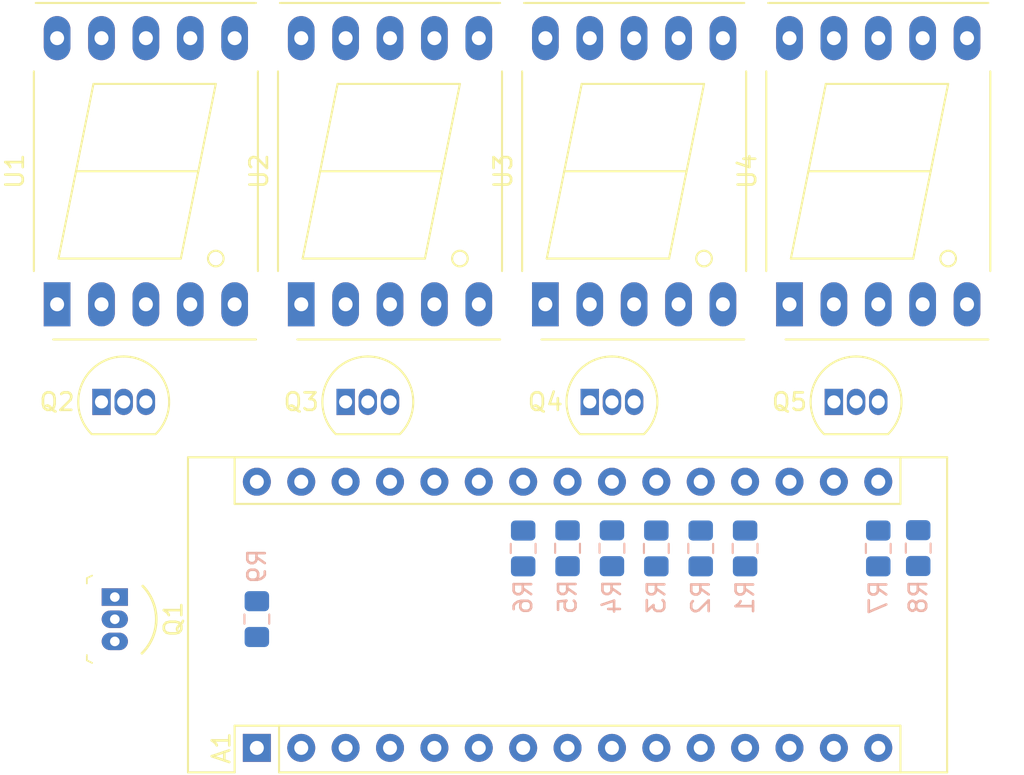
<source format=kicad_pcb>
(kicad_pcb (version 20171130) (host pcbnew "(5.0.0)")

  (general
    (thickness 1.6)
    (drawings 0)
    (tracks 0)
    (zones 0)
    (modules 19)
    (nets 28)
  )

  (page A4)
  (layers
    (0 F.Cu signal)
    (31 B.Cu signal)
    (32 B.Adhes user)
    (33 F.Adhes user)
    (34 B.Paste user)
    (35 F.Paste user)
    (36 B.SilkS user)
    (37 F.SilkS user)
    (38 B.Mask user)
    (39 F.Mask user)
    (40 Dwgs.User user)
    (41 Cmts.User user)
    (42 Eco1.User user)
    (43 Eco2.User user)
    (44 Edge.Cuts user)
    (45 Margin user)
    (46 B.CrtYd user)
    (47 F.CrtYd user)
    (48 B.Fab user)
    (49 F.Fab user)
  )

  (setup
    (last_trace_width 0.25)
    (trace_clearance 0.2)
    (zone_clearance 0.508)
    (zone_45_only no)
    (trace_min 0.2)
    (segment_width 0.2)
    (edge_width 0.15)
    (via_size 0.8)
    (via_drill 0.4)
    (via_min_size 0.4)
    (via_min_drill 0.3)
    (uvia_size 0.3)
    (uvia_drill 0.1)
    (uvias_allowed no)
    (uvia_min_size 0.2)
    (uvia_min_drill 0.1)
    (pcb_text_width 0.3)
    (pcb_text_size 1.5 1.5)
    (mod_edge_width 0.15)
    (mod_text_size 1 1)
    (mod_text_width 0.15)
    (pad_size 1.524 1.524)
    (pad_drill 0.762)
    (pad_to_mask_clearance 0.2)
    (aux_axis_origin 0 0)
    (visible_elements FFFFFF7F)
    (pcbplotparams
      (layerselection 0x010fc_ffffffff)
      (usegerberextensions false)
      (usegerberattributes false)
      (usegerberadvancedattributes false)
      (creategerberjobfile false)
      (excludeedgelayer true)
      (linewidth 0.100000)
      (plotframeref false)
      (viasonmask false)
      (mode 1)
      (useauxorigin false)
      (hpglpennumber 1)
      (hpglpenspeed 20)
      (hpglpendiameter 15.000000)
      (psnegative false)
      (psa4output false)
      (plotreference true)
      (plotvalue true)
      (plotinvisibletext false)
      (padsonsilk false)
      (subtractmaskfromsilk false)
      (outputformat 1)
      (mirror false)
      (drillshape 1)
      (scaleselection 1)
      (outputdirectory ""))
  )

  (net 0 "")
  (net 1 /A)
  (net 2 GND)
  (net 3 /B)
  (net 4 "Net-(A1-Pad5)")
  (net 5 /C)
  (net 6 /D)
  (net 7 "Net-(A1-Pad7)")
  (net 8 /E)
  (net 9 "Net-(A1-Pad8)")
  (net 10 /F)
  (net 11 "Net-(A1-Pad9)")
  (net 12 /G)
  (net 13 "Net-(A1-Pad10)")
  (net 14 /DP)
  (net 15 +5V)
  (net 16 "Net-(Q2-Pad3)")
  (net 17 "Net-(Q3-Pad3)")
  (net 18 "Net-(Q4-Pad3)")
  (net 19 "Net-(Q5-Pad3)")
  (net 20 "Net-(R1-Pad1)")
  (net 21 "Net-(R2-Pad1)")
  (net 22 "Net-(R3-Pad1)")
  (net 23 "Net-(R4-Pad1)")
  (net 24 "Net-(R5-Pad1)")
  (net 25 "Net-(R6-Pad1)")
  (net 26 "Net-(R7-Pad1)")
  (net 27 "Net-(R8-Pad1)")

  (net_class Default "This is the default net class."
    (clearance 0.2)
    (trace_width 0.25)
    (via_dia 0.8)
    (via_drill 0.4)
    (uvia_dia 0.3)
    (uvia_drill 0.1)
    (add_net +5V)
    (add_net /A)
    (add_net /B)
    (add_net /C)
    (add_net /D)
    (add_net /DP)
    (add_net /E)
    (add_net /F)
    (add_net /G)
    (add_net GND)
    (add_net "Net-(A1-Pad10)")
    (add_net "Net-(A1-Pad5)")
    (add_net "Net-(A1-Pad7)")
    (add_net "Net-(A1-Pad8)")
    (add_net "Net-(A1-Pad9)")
    (add_net "Net-(Q2-Pad3)")
    (add_net "Net-(Q3-Pad3)")
    (add_net "Net-(Q4-Pad3)")
    (add_net "Net-(Q5-Pad3)")
    (add_net "Net-(R1-Pad1)")
    (add_net "Net-(R2-Pad1)")
    (add_net "Net-(R3-Pad1)")
    (add_net "Net-(R4-Pad1)")
    (add_net "Net-(R5-Pad1)")
    (add_net "Net-(R6-Pad1)")
    (add_net "Net-(R7-Pad1)")
    (add_net "Net-(R8-Pad1)")
  )

  (module Module:Arduino_Nano (layer F.Cu) (tedit 58ACAF70) (tstamp 5DE0173D)
    (at 168.91 93.98 90)
    (descr "Arduino Nano, http://www.mouser.com/pdfdocs/Gravitech_Arduino_Nano3_0.pdf")
    (tags "Arduino Nano")
    (path /5DD0C0A6)
    (fp_text reference A1 (at 0 -2.032 90) (layer F.SilkS)
      (effects (font (size 1 1) (thickness 0.15)))
    )
    (fp_text value Arduino_Nano_v3.x (at 4.064 8.382) (layer F.Fab)
      (effects (font (size 1 1) (thickness 0.15)))
    )
    (fp_text user %R (at 5.588 8.128 180) (layer F.Fab)
      (effects (font (size 1 1) (thickness 0.15)))
    )
    (fp_line (start 1.27 1.27) (end 1.27 -1.27) (layer F.SilkS) (width 0.12))
    (fp_line (start 1.27 -1.27) (end -1.4 -1.27) (layer F.SilkS) (width 0.12))
    (fp_line (start -1.4 1.27) (end -1.4 39.5) (layer F.SilkS) (width 0.12))
    (fp_line (start -1.4 -3.94) (end -1.4 -1.27) (layer F.SilkS) (width 0.12))
    (fp_line (start 13.97 -1.27) (end 16.64 -1.27) (layer F.SilkS) (width 0.12))
    (fp_line (start 13.97 -1.27) (end 13.97 36.83) (layer F.SilkS) (width 0.12))
    (fp_line (start 13.97 36.83) (end 16.64 36.83) (layer F.SilkS) (width 0.12))
    (fp_line (start 1.27 1.27) (end -1.4 1.27) (layer F.SilkS) (width 0.12))
    (fp_line (start 1.27 1.27) (end 1.27 36.83) (layer F.SilkS) (width 0.12))
    (fp_line (start 1.27 36.83) (end -1.4 36.83) (layer F.SilkS) (width 0.12))
    (fp_line (start 3.81 31.75) (end 11.43 31.75) (layer F.Fab) (width 0.1))
    (fp_line (start 11.43 31.75) (end 11.43 41.91) (layer F.Fab) (width 0.1))
    (fp_line (start 11.43 41.91) (end 3.81 41.91) (layer F.Fab) (width 0.1))
    (fp_line (start 3.81 41.91) (end 3.81 31.75) (layer F.Fab) (width 0.1))
    (fp_line (start -1.4 39.5) (end 16.64 39.5) (layer F.SilkS) (width 0.12))
    (fp_line (start 16.64 39.5) (end 16.64 -3.94) (layer F.SilkS) (width 0.12))
    (fp_line (start 16.64 -3.94) (end -1.4 -3.94) (layer F.SilkS) (width 0.12))
    (fp_line (start 16.51 39.37) (end -1.27 39.37) (layer F.Fab) (width 0.1))
    (fp_line (start -1.27 39.37) (end -1.27 -2.54) (layer F.Fab) (width 0.1))
    (fp_line (start -1.27 -2.54) (end 0 -3.81) (layer F.Fab) (width 0.1))
    (fp_line (start 0 -3.81) (end 16.51 -3.81) (layer F.Fab) (width 0.1))
    (fp_line (start 16.51 -3.81) (end 16.51 39.37) (layer F.Fab) (width 0.1))
    (fp_line (start -1.53 -4.06) (end 16.75 -4.06) (layer F.CrtYd) (width 0.05))
    (fp_line (start -1.53 -4.06) (end -1.53 42.16) (layer F.CrtYd) (width 0.05))
    (fp_line (start 16.75 42.16) (end 16.75 -4.06) (layer F.CrtYd) (width 0.05))
    (fp_line (start 16.75 42.16) (end -1.53 42.16) (layer F.CrtYd) (width 0.05))
    (pad 1 thru_hole rect (at 0 0 90) (size 1.6 1.6) (drill 0.8) (layers *.Cu *.Mask))
    (pad 17 thru_hole oval (at 15.24 33.02 90) (size 1.6 1.6) (drill 0.8) (layers *.Cu *.Mask))
    (pad 2 thru_hole oval (at 0 2.54 90) (size 1.6 1.6) (drill 0.8) (layers *.Cu *.Mask))
    (pad 18 thru_hole oval (at 15.24 30.48 90) (size 1.6 1.6) (drill 0.8) (layers *.Cu *.Mask))
    (pad 3 thru_hole oval (at 0 5.08 90) (size 1.6 1.6) (drill 0.8) (layers *.Cu *.Mask))
    (pad 19 thru_hole oval (at 15.24 27.94 90) (size 1.6 1.6) (drill 0.8) (layers *.Cu *.Mask)
      (net 1 /A))
    (pad 4 thru_hole oval (at 0 7.62 90) (size 1.6 1.6) (drill 0.8) (layers *.Cu *.Mask)
      (net 2 GND))
    (pad 20 thru_hole oval (at 15.24 25.4 90) (size 1.6 1.6) (drill 0.8) (layers *.Cu *.Mask)
      (net 3 /B))
    (pad 5 thru_hole oval (at 0 10.16 90) (size 1.6 1.6) (drill 0.8) (layers *.Cu *.Mask)
      (net 4 "Net-(A1-Pad5)"))
    (pad 21 thru_hole oval (at 15.24 22.86 90) (size 1.6 1.6) (drill 0.8) (layers *.Cu *.Mask)
      (net 5 /C))
    (pad 6 thru_hole oval (at 0 12.7 90) (size 1.6 1.6) (drill 0.8) (layers *.Cu *.Mask))
    (pad 22 thru_hole oval (at 15.24 20.32 90) (size 1.6 1.6) (drill 0.8) (layers *.Cu *.Mask)
      (net 6 /D))
    (pad 7 thru_hole oval (at 0 15.24 90) (size 1.6 1.6) (drill 0.8) (layers *.Cu *.Mask)
      (net 7 "Net-(A1-Pad7)"))
    (pad 23 thru_hole oval (at 15.24 17.78 90) (size 1.6 1.6) (drill 0.8) (layers *.Cu *.Mask)
      (net 8 /E))
    (pad 8 thru_hole oval (at 0 17.78 90) (size 1.6 1.6) (drill 0.8) (layers *.Cu *.Mask)
      (net 9 "Net-(A1-Pad8)"))
    (pad 24 thru_hole oval (at 15.24 15.24 90) (size 1.6 1.6) (drill 0.8) (layers *.Cu *.Mask)
      (net 10 /F))
    (pad 9 thru_hole oval (at 0 20.32 90) (size 1.6 1.6) (drill 0.8) (layers *.Cu *.Mask)
      (net 11 "Net-(A1-Pad9)"))
    (pad 25 thru_hole oval (at 15.24 12.7 90) (size 1.6 1.6) (drill 0.8) (layers *.Cu *.Mask))
    (pad 10 thru_hole oval (at 0 22.86 90) (size 1.6 1.6) (drill 0.8) (layers *.Cu *.Mask)
      (net 13 "Net-(A1-Pad10)"))
    (pad 26 thru_hole oval (at 15.24 10.16 90) (size 1.6 1.6) (drill 0.8) (layers *.Cu *.Mask))
    (pad 11 thru_hole oval (at 0 25.4 90) (size 1.6 1.6) (drill 0.8) (layers *.Cu *.Mask))
    (pad 27 thru_hole oval (at 15.24 7.62 90) (size 1.6 1.6) (drill 0.8) (layers *.Cu *.Mask))
    (pad 12 thru_hole oval (at 0 27.94 90) (size 1.6 1.6) (drill 0.8) (layers *.Cu *.Mask))
    (pad 28 thru_hole oval (at 15.24 5.08 90) (size 1.6 1.6) (drill 0.8) (layers *.Cu *.Mask))
    (pad 13 thru_hole oval (at 0 30.48 90) (size 1.6 1.6) (drill 0.8) (layers *.Cu *.Mask))
    (pad 29 thru_hole oval (at 15.24 2.54 90) (size 1.6 1.6) (drill 0.8) (layers *.Cu *.Mask)
      (net 2 GND))
    (pad 14 thru_hole oval (at 0 33.02 90) (size 1.6 1.6) (drill 0.8) (layers *.Cu *.Mask))
    (pad 30 thru_hole oval (at 15.24 0 90) (size 1.6 1.6) (drill 0.8) (layers *.Cu *.Mask)
      (net 15 +5V))
    (pad 15 thru_hole oval (at 0 35.56 90) (size 1.6 1.6) (drill 0.8) (layers *.Cu *.Mask)
      (net 14 /DP))
    (pad 16 thru_hole oval (at 15.24 35.56 90) (size 1.6 1.6) (drill 0.8) (layers *.Cu *.Mask)
      (net 12 /G))
    (model ${KISYS3DMOD}/Module.3dshapes/Arduino_Nano_WithMountingHoles.wrl
      (at (xyz 0 0 0))
      (scale (xyz 1 1 1))
      (rotate (xyz 0 0 0))
    )
  )

  (module digikey-footprints:TO-92-3 (layer F.Cu) (tedit 5AF9CDD1) (tstamp 5DE01751)
    (at 160.782 85.344 270)
    (descr http://www.ti.com/lit/ds/symlink/tl431a.pdf)
    (path /5DD0AED7)
    (fp_text reference Q1 (at 1.27 -3.35 270) (layer F.SilkS)
      (effects (font (size 1 1) (thickness 0.15)))
    )
    (fp_text value A3144EU (at 1.27 2.5 270) (layer F.Fab)
      (effects (font (size 1 1) (thickness 0.15)))
    )
    (fp_arc (start 1.27 0.35) (end -0.63 -1.6) (angle 90) (layer F.SilkS) (width 0.15))
    (fp_line (start 3.57 1.5) (end -1.03 1.5) (layer F.Fab) (width 0.15))
    (fp_arc (start 1.27 0.3) (end -1.03 1.5) (angle 235) (layer F.Fab) (width 0.15))
    (fp_arc (start 1.27 0.3) (end -1.33 0.3) (angle 90) (layer F.Fab) (width 0.15))
    (fp_line (start -1.63 -2.5) (end 4.17 -2.5) (layer F.CrtYd) (width 0.05))
    (fp_line (start -1.63 1.75) (end 4.17 1.75) (layer F.CrtYd) (width 0.05))
    (fp_line (start -1.63 1.75) (end -1.63 -2.5) (layer F.CrtYd) (width 0.05))
    (fp_line (start 4.17 1.75) (end 4.17 -2.5) (layer F.CrtYd) (width 0.05))
    (fp_line (start 3.62 1.6) (end 3.77 1.3) (layer F.SilkS) (width 0.1))
    (fp_line (start 3.62 1.6) (end 3.32 1.6) (layer F.SilkS) (width 0.1))
    (fp_line (start -0.78 1.6) (end -1.08 1.6) (layer F.SilkS) (width 0.1))
    (fp_line (start -1.08 1.6) (end -1.23 1.3) (layer F.SilkS) (width 0.1))
    (fp_text user %R (at 1.27 -1.25 90) (layer F.Fab)
      (effects (font (size 0.75 0.75) (thickness 0.15)))
    )
    (pad 2 thru_hole oval (at 1.27 0 90) (size 1 1.5) (drill 0.55) (layers *.Cu *.Mask)
      (net 2 GND))
    (pad 3 thru_hole oval (at 2.54 0 90) (size 1 1.5) (drill 0.55) (layers *.Cu *.Mask)
      (net 4 "Net-(A1-Pad5)"))
    (pad 1 thru_hole rect (at 0 0 90) (size 1 1.5) (drill 0.55) (layers *.Cu *.Mask)
      (net 15 +5V))
  )

  (module Package_TO_SOT_THT:TO-92_Inline (layer F.Cu) (tedit 5A1DD157) (tstamp 5DE01763)
    (at 160.02 74.168)
    (descr "TO-92 leads in-line, narrow, oval pads, drill 0.75mm (see NXP sot054_po.pdf)")
    (tags "to-92 sc-43 sc-43a sot54 PA33 transistor")
    (path /5DD4EE49)
    (fp_text reference Q2 (at -2.54 0) (layer F.SilkS)
      (effects (font (size 1 1) (thickness 0.15)))
    )
    (fp_text value 2N7000 (at 1.27 0) (layer F.Fab)
      (effects (font (size 1 1) (thickness 0.15)))
    )
    (fp_arc (start 1.27 0) (end 1.27 -2.6) (angle 135) (layer F.SilkS) (width 0.12))
    (fp_arc (start 1.27 0) (end 1.27 -2.48) (angle -135) (layer F.Fab) (width 0.1))
    (fp_arc (start 1.27 0) (end 1.27 -2.6) (angle -135) (layer F.SilkS) (width 0.12))
    (fp_arc (start 1.27 0) (end 1.27 -2.48) (angle 135) (layer F.Fab) (width 0.1))
    (fp_line (start 4 2.01) (end -1.46 2.01) (layer F.CrtYd) (width 0.05))
    (fp_line (start 4 2.01) (end 4 -2.73) (layer F.CrtYd) (width 0.05))
    (fp_line (start -1.46 -2.73) (end -1.46 2.01) (layer F.CrtYd) (width 0.05))
    (fp_line (start -1.46 -2.73) (end 4 -2.73) (layer F.CrtYd) (width 0.05))
    (fp_line (start -0.5 1.75) (end 3 1.75) (layer F.Fab) (width 0.1))
    (fp_line (start -0.53 1.85) (end 3.07 1.85) (layer F.SilkS) (width 0.12))
    (fp_text user %R (at 1.27 0) (layer F.Fab)
      (effects (font (size 1 1) (thickness 0.15)))
    )
    (pad 1 thru_hole rect (at 0 0) (size 1.05 1.5) (drill 0.75) (layers *.Cu *.Mask)
      (net 2 GND))
    (pad 3 thru_hole oval (at 2.54 0) (size 1.05 1.5) (drill 0.75) (layers *.Cu *.Mask)
      (net 16 "Net-(Q2-Pad3)"))
    (pad 2 thru_hole oval (at 1.27 0) (size 1.05 1.5) (drill 0.75) (layers *.Cu *.Mask)
      (net 13 "Net-(A1-Pad10)"))
    (model ${KISYS3DMOD}/Package_TO_SOT_THT.3dshapes/TO-92_Inline.wrl
      (at (xyz 0 0 0))
      (scale (xyz 1 1 1))
      (rotate (xyz 0 0 0))
    )
  )

  (module Package_TO_SOT_THT:TO-92_Inline (layer F.Cu) (tedit 5A1DD157) (tstamp 5DE01775)
    (at 173.99 74.168)
    (descr "TO-92 leads in-line, narrow, oval pads, drill 0.75mm (see NXP sot054_po.pdf)")
    (tags "to-92 sc-43 sc-43a sot54 PA33 transistor")
    (path /5DD4EFC7)
    (fp_text reference Q3 (at -2.54 0) (layer F.SilkS)
      (effects (font (size 1 1) (thickness 0.15)))
    )
    (fp_text value 2N7000 (at 1.27 0) (layer F.Fab)
      (effects (font (size 1 1) (thickness 0.15)))
    )
    (fp_text user %R (at 1.27 0) (layer F.Fab)
      (effects (font (size 1 1) (thickness 0.15)))
    )
    (fp_line (start -0.53 1.85) (end 3.07 1.85) (layer F.SilkS) (width 0.12))
    (fp_line (start -0.5 1.75) (end 3 1.75) (layer F.Fab) (width 0.1))
    (fp_line (start -1.46 -2.73) (end 4 -2.73) (layer F.CrtYd) (width 0.05))
    (fp_line (start -1.46 -2.73) (end -1.46 2.01) (layer F.CrtYd) (width 0.05))
    (fp_line (start 4 2.01) (end 4 -2.73) (layer F.CrtYd) (width 0.05))
    (fp_line (start 4 2.01) (end -1.46 2.01) (layer F.CrtYd) (width 0.05))
    (fp_arc (start 1.27 0) (end 1.27 -2.48) (angle 135) (layer F.Fab) (width 0.1))
    (fp_arc (start 1.27 0) (end 1.27 -2.6) (angle -135) (layer F.SilkS) (width 0.12))
    (fp_arc (start 1.27 0) (end 1.27 -2.48) (angle -135) (layer F.Fab) (width 0.1))
    (fp_arc (start 1.27 0) (end 1.27 -2.6) (angle 135) (layer F.SilkS) (width 0.12))
    (pad 2 thru_hole oval (at 1.27 0) (size 1.05 1.5) (drill 0.75) (layers *.Cu *.Mask)
      (net 11 "Net-(A1-Pad9)"))
    (pad 3 thru_hole oval (at 2.54 0) (size 1.05 1.5) (drill 0.75) (layers *.Cu *.Mask)
      (net 17 "Net-(Q3-Pad3)"))
    (pad 1 thru_hole rect (at 0 0) (size 1.05 1.5) (drill 0.75) (layers *.Cu *.Mask)
      (net 2 GND))
    (model ${KISYS3DMOD}/Package_TO_SOT_THT.3dshapes/TO-92_Inline.wrl
      (at (xyz 0 0 0))
      (scale (xyz 1 1 1))
      (rotate (xyz 0 0 0))
    )
  )

  (module Package_TO_SOT_THT:TO-92_Inline (layer F.Cu) (tedit 5A1DD157) (tstamp 5DE01787)
    (at 187.96 74.168)
    (descr "TO-92 leads in-line, narrow, oval pads, drill 0.75mm (see NXP sot054_po.pdf)")
    (tags "to-92 sc-43 sc-43a sot54 PA33 transistor")
    (path /5DD4F00F)
    (fp_text reference Q4 (at -2.54 0) (layer F.SilkS)
      (effects (font (size 1 1) (thickness 0.15)))
    )
    (fp_text value 2N7000 (at 1.27 0) (layer F.Fab)
      (effects (font (size 1 1) (thickness 0.15)))
    )
    (fp_arc (start 1.27 0) (end 1.27 -2.6) (angle 135) (layer F.SilkS) (width 0.12))
    (fp_arc (start 1.27 0) (end 1.27 -2.48) (angle -135) (layer F.Fab) (width 0.1))
    (fp_arc (start 1.27 0) (end 1.27 -2.6) (angle -135) (layer F.SilkS) (width 0.12))
    (fp_arc (start 1.27 0) (end 1.27 -2.48) (angle 135) (layer F.Fab) (width 0.1))
    (fp_line (start 4 2.01) (end -1.46 2.01) (layer F.CrtYd) (width 0.05))
    (fp_line (start 4 2.01) (end 4 -2.73) (layer F.CrtYd) (width 0.05))
    (fp_line (start -1.46 -2.73) (end -1.46 2.01) (layer F.CrtYd) (width 0.05))
    (fp_line (start -1.46 -2.73) (end 4 -2.73) (layer F.CrtYd) (width 0.05))
    (fp_line (start -0.5 1.75) (end 3 1.75) (layer F.Fab) (width 0.1))
    (fp_line (start -0.53 1.85) (end 3.07 1.85) (layer F.SilkS) (width 0.12))
    (fp_text user %R (at 1.27 0) (layer F.Fab)
      (effects (font (size 1 1) (thickness 0.15)))
    )
    (pad 1 thru_hole rect (at 0 0) (size 1.05 1.5) (drill 0.75) (layers *.Cu *.Mask)
      (net 2 GND))
    (pad 3 thru_hole oval (at 2.54 0) (size 1.05 1.5) (drill 0.75) (layers *.Cu *.Mask)
      (net 18 "Net-(Q4-Pad3)"))
    (pad 2 thru_hole oval (at 1.27 0) (size 1.05 1.5) (drill 0.75) (layers *.Cu *.Mask)
      (net 9 "Net-(A1-Pad8)"))
    (model ${KISYS3DMOD}/Package_TO_SOT_THT.3dshapes/TO-92_Inline.wrl
      (at (xyz 0 0 0))
      (scale (xyz 1 1 1))
      (rotate (xyz 0 0 0))
    )
  )

  (module Package_TO_SOT_THT:TO-92_Inline (layer F.Cu) (tedit 5A1DD157) (tstamp 5DE01799)
    (at 201.93 74.168)
    (descr "TO-92 leads in-line, narrow, oval pads, drill 0.75mm (see NXP sot054_po.pdf)")
    (tags "to-92 sc-43 sc-43a sot54 PA33 transistor")
    (path /5DD4F110)
    (fp_text reference Q5 (at -2.54 0) (layer F.SilkS)
      (effects (font (size 1 1) (thickness 0.15)))
    )
    (fp_text value 2N7000 (at 1.27 0) (layer F.Fab)
      (effects (font (size 1 1) (thickness 0.15)))
    )
    (fp_text user %R (at 1.27 0) (layer F.Fab)
      (effects (font (size 1 1) (thickness 0.15)))
    )
    (fp_line (start -0.53 1.85) (end 3.07 1.85) (layer F.SilkS) (width 0.12))
    (fp_line (start -0.5 1.75) (end 3 1.75) (layer F.Fab) (width 0.1))
    (fp_line (start -1.46 -2.73) (end 4 -2.73) (layer F.CrtYd) (width 0.05))
    (fp_line (start -1.46 -2.73) (end -1.46 2.01) (layer F.CrtYd) (width 0.05))
    (fp_line (start 4 2.01) (end 4 -2.73) (layer F.CrtYd) (width 0.05))
    (fp_line (start 4 2.01) (end -1.46 2.01) (layer F.CrtYd) (width 0.05))
    (fp_arc (start 1.27 0) (end 1.27 -2.48) (angle 135) (layer F.Fab) (width 0.1))
    (fp_arc (start 1.27 0) (end 1.27 -2.6) (angle -135) (layer F.SilkS) (width 0.12))
    (fp_arc (start 1.27 0) (end 1.27 -2.48) (angle -135) (layer F.Fab) (width 0.1))
    (fp_arc (start 1.27 0) (end 1.27 -2.6) (angle 135) (layer F.SilkS) (width 0.12))
    (pad 2 thru_hole oval (at 1.27 0) (size 1.05 1.5) (drill 0.75) (layers *.Cu *.Mask)
      (net 7 "Net-(A1-Pad7)"))
    (pad 3 thru_hole oval (at 2.54 0) (size 1.05 1.5) (drill 0.75) (layers *.Cu *.Mask)
      (net 19 "Net-(Q5-Pad3)"))
    (pad 1 thru_hole rect (at 0 0) (size 1.05 1.5) (drill 0.75) (layers *.Cu *.Mask)
      (net 2 GND))
    (model ${KISYS3DMOD}/Package_TO_SOT_THT.3dshapes/TO-92_Inline.wrl
      (at (xyz 0 0 0))
      (scale (xyz 1 1 1))
      (rotate (xyz 0 0 0))
    )
  )

  (module Resistor_SMD:R_0805_2012Metric_Pad1.15x1.40mm_HandSolder (layer B.Cu) (tedit 5B36C52B) (tstamp 5DE02860)
    (at 196.85 82.559 90)
    (descr "Resistor SMD 0805 (2012 Metric), square (rectangular) end terminal, IPC_7351 nominal with elongated pad for handsoldering. (Body size source: https://docs.google.com/spreadsheets/d/1BsfQQcO9C6DZCsRaXUlFlo91Tg2WpOkGARC1WS5S8t0/edit?usp=sharing), generated with kicad-footprint-generator")
    (tags "resistor handsolder")
    (path /5DD11DEE)
    (attr smd)
    (fp_text reference R1 (at -2.803 0 90) (layer B.SilkS)
      (effects (font (size 1 1) (thickness 0.15)) (justify mirror))
    )
    (fp_text value 470 (at -0.009 0 90) (layer B.Fab)
      (effects (font (size 1 1) (thickness 0.15)) (justify mirror))
    )
    (fp_line (start -1 -0.6) (end -1 0.6) (layer B.Fab) (width 0.1))
    (fp_line (start -1 0.6) (end 1 0.6) (layer B.Fab) (width 0.1))
    (fp_line (start 1 0.6) (end 1 -0.6) (layer B.Fab) (width 0.1))
    (fp_line (start 1 -0.6) (end -1 -0.6) (layer B.Fab) (width 0.1))
    (fp_line (start -0.261252 0.71) (end 0.261252 0.71) (layer B.SilkS) (width 0.12))
    (fp_line (start -0.261252 -0.71) (end 0.261252 -0.71) (layer B.SilkS) (width 0.12))
    (fp_line (start -1.85 -0.95) (end -1.85 0.95) (layer B.CrtYd) (width 0.05))
    (fp_line (start -1.85 0.95) (end 1.85 0.95) (layer B.CrtYd) (width 0.05))
    (fp_line (start 1.85 0.95) (end 1.85 -0.95) (layer B.CrtYd) (width 0.05))
    (fp_line (start 1.85 -0.95) (end -1.85 -0.95) (layer B.CrtYd) (width 0.05))
    (fp_text user %R (at 0 0) (layer B.Fab)
      (effects (font (size 0.5 0.5) (thickness 0.08)) (justify mirror))
    )
    (pad 1 smd roundrect (at -1.025 0 90) (size 1.15 1.4) (layers B.Cu B.Paste B.Mask) (roundrect_rratio 0.217391)
      (net 20 "Net-(R1-Pad1)"))
    (pad 2 smd roundrect (at 1.025 0 90) (size 1.15 1.4) (layers B.Cu B.Paste B.Mask) (roundrect_rratio 0.217391)
      (net 1 /A))
    (model ${KISYS3DMOD}/Resistor_SMD.3dshapes/R_0805_2012Metric.wrl
      (at (xyz 0 0 0))
      (scale (xyz 1 1 1))
      (rotate (xyz 0 0 0))
    )
  )

  (module Resistor_SMD:R_0805_2012Metric_Pad1.15x1.40mm_HandSolder (layer B.Cu) (tedit 5B36C52B) (tstamp 5DE017BB)
    (at 194.31 82.559 90)
    (descr "Resistor SMD 0805 (2012 Metric), square (rectangular) end terminal, IPC_7351 nominal with elongated pad for handsoldering. (Body size source: https://docs.google.com/spreadsheets/d/1BsfQQcO9C6DZCsRaXUlFlo91Tg2WpOkGARC1WS5S8t0/edit?usp=sharing), generated with kicad-footprint-generator")
    (tags "resistor handsolder")
    (path /5DD193B1)
    (attr smd)
    (fp_text reference R2 (at -2.803 0 270) (layer B.SilkS)
      (effects (font (size 1 1) (thickness 0.15)) (justify mirror))
    )
    (fp_text value 470 (at -0.009 0 90) (layer B.Fab)
      (effects (font (size 1 1) (thickness 0.15)) (justify mirror))
    )
    (fp_text user %R (at 0 0 90) (layer B.Fab)
      (effects (font (size 0.5 0.5) (thickness 0.08)) (justify mirror))
    )
    (fp_line (start 1.85 -0.95) (end -1.85 -0.95) (layer B.CrtYd) (width 0.05))
    (fp_line (start 1.85 0.95) (end 1.85 -0.95) (layer B.CrtYd) (width 0.05))
    (fp_line (start -1.85 0.95) (end 1.85 0.95) (layer B.CrtYd) (width 0.05))
    (fp_line (start -1.85 -0.95) (end -1.85 0.95) (layer B.CrtYd) (width 0.05))
    (fp_line (start -0.261252 -0.71) (end 0.261252 -0.71) (layer B.SilkS) (width 0.12))
    (fp_line (start -0.261252 0.71) (end 0.261252 0.71) (layer B.SilkS) (width 0.12))
    (fp_line (start 1 -0.6) (end -1 -0.6) (layer B.Fab) (width 0.1))
    (fp_line (start 1 0.6) (end 1 -0.6) (layer B.Fab) (width 0.1))
    (fp_line (start -1 0.6) (end 1 0.6) (layer B.Fab) (width 0.1))
    (fp_line (start -1 -0.6) (end -1 0.6) (layer B.Fab) (width 0.1))
    (pad 2 smd roundrect (at 1.025 0 90) (size 1.15 1.4) (layers B.Cu B.Paste B.Mask) (roundrect_rratio 0.217391)
      (net 3 /B))
    (pad 1 smd roundrect (at -1.025 0 90) (size 1.15 1.4) (layers B.Cu B.Paste B.Mask) (roundrect_rratio 0.217391)
      (net 21 "Net-(R2-Pad1)"))
    (model ${KISYS3DMOD}/Resistor_SMD.3dshapes/R_0805_2012Metric.wrl
      (at (xyz 0 0 0))
      (scale (xyz 1 1 1))
      (rotate (xyz 0 0 0))
    )
  )

  (module Resistor_SMD:R_0805_2012Metric_Pad1.15x1.40mm_HandSolder (layer B.Cu) (tedit 5B36C52B) (tstamp 5DE017CC)
    (at 191.77 82.559 90)
    (descr "Resistor SMD 0805 (2012 Metric), square (rectangular) end terminal, IPC_7351 nominal with elongated pad for handsoldering. (Body size source: https://docs.google.com/spreadsheets/d/1BsfQQcO9C6DZCsRaXUlFlo91Tg2WpOkGARC1WS5S8t0/edit?usp=sharing), generated with kicad-footprint-generator")
    (tags "resistor handsolder")
    (path /5DD193CD)
    (attr smd)
    (fp_text reference R3 (at -2.794 0 90) (layer B.SilkS)
      (effects (font (size 1 1) (thickness 0.15)) (justify mirror))
    )
    (fp_text value 470 (at -0.009 0 90) (layer B.Fab)
      (effects (font (size 1 1) (thickness 0.15)) (justify mirror))
    )
    (fp_line (start -1 -0.6) (end -1 0.6) (layer B.Fab) (width 0.1))
    (fp_line (start -1 0.6) (end 1 0.6) (layer B.Fab) (width 0.1))
    (fp_line (start 1 0.6) (end 1 -0.6) (layer B.Fab) (width 0.1))
    (fp_line (start 1 -0.6) (end -1 -0.6) (layer B.Fab) (width 0.1))
    (fp_line (start -0.261252 0.71) (end 0.261252 0.71) (layer B.SilkS) (width 0.12))
    (fp_line (start -0.261252 -0.71) (end 0.261252 -0.71) (layer B.SilkS) (width 0.12))
    (fp_line (start -1.85 -0.95) (end -1.85 0.95) (layer B.CrtYd) (width 0.05))
    (fp_line (start -1.85 0.95) (end 1.85 0.95) (layer B.CrtYd) (width 0.05))
    (fp_line (start 1.85 0.95) (end 1.85 -0.95) (layer B.CrtYd) (width 0.05))
    (fp_line (start 1.85 -0.95) (end -1.85 -0.95) (layer B.CrtYd) (width 0.05))
    (fp_text user %R (at 0 0 90) (layer B.Fab)
      (effects (font (size 0.5 0.5) (thickness 0.08)) (justify mirror))
    )
    (pad 1 smd roundrect (at -1.025 0 90) (size 1.15 1.4) (layers B.Cu B.Paste B.Mask) (roundrect_rratio 0.217391)
      (net 22 "Net-(R3-Pad1)"))
    (pad 2 smd roundrect (at 1.025 0 90) (size 1.15 1.4) (layers B.Cu B.Paste B.Mask) (roundrect_rratio 0.217391)
      (net 5 /C))
    (model ${KISYS3DMOD}/Resistor_SMD.3dshapes/R_0805_2012Metric.wrl
      (at (xyz 0 0 0))
      (scale (xyz 1 1 1))
      (rotate (xyz 0 0 0))
    )
  )

  (module Resistor_SMD:R_0805_2012Metric_Pad1.15x1.40mm_HandSolder (layer B.Cu) (tedit 5B36C52B) (tstamp 5DE017DD)
    (at 189.23 82.55 90)
    (descr "Resistor SMD 0805 (2012 Metric), square (rectangular) end terminal, IPC_7351 nominal with elongated pad for handsoldering. (Body size source: https://docs.google.com/spreadsheets/d/1BsfQQcO9C6DZCsRaXUlFlo91Tg2WpOkGARC1WS5S8t0/edit?usp=sharing), generated with kicad-footprint-generator")
    (tags "resistor handsolder")
    (path /5DD193EB)
    (attr smd)
    (fp_text reference R4 (at -2.785 0 90) (layer B.SilkS)
      (effects (font (size 1 1) (thickness 0.15)) (justify mirror))
    )
    (fp_text value 470 (at 0.009 0 90) (layer B.Fab)
      (effects (font (size 1 1) (thickness 0.15)) (justify mirror))
    )
    (fp_text user %R (at 0 0 90) (layer B.Fab)
      (effects (font (size 0.5 0.5) (thickness 0.08)) (justify mirror))
    )
    (fp_line (start 1.85 -0.95) (end -1.85 -0.95) (layer B.CrtYd) (width 0.05))
    (fp_line (start 1.85 0.95) (end 1.85 -0.95) (layer B.CrtYd) (width 0.05))
    (fp_line (start -1.85 0.95) (end 1.85 0.95) (layer B.CrtYd) (width 0.05))
    (fp_line (start -1.85 -0.95) (end -1.85 0.95) (layer B.CrtYd) (width 0.05))
    (fp_line (start -0.261252 -0.71) (end 0.261252 -0.71) (layer B.SilkS) (width 0.12))
    (fp_line (start -0.261252 0.71) (end 0.261252 0.71) (layer B.SilkS) (width 0.12))
    (fp_line (start 1 -0.6) (end -1 -0.6) (layer B.Fab) (width 0.1))
    (fp_line (start 1 0.6) (end 1 -0.6) (layer B.Fab) (width 0.1))
    (fp_line (start -1 0.6) (end 1 0.6) (layer B.Fab) (width 0.1))
    (fp_line (start -1 -0.6) (end -1 0.6) (layer B.Fab) (width 0.1))
    (pad 2 smd roundrect (at 1.025 0 90) (size 1.15 1.4) (layers B.Cu B.Paste B.Mask) (roundrect_rratio 0.217391)
      (net 6 /D))
    (pad 1 smd roundrect (at -1.025 0 90) (size 1.15 1.4) (layers B.Cu B.Paste B.Mask) (roundrect_rratio 0.217391)
      (net 23 "Net-(R4-Pad1)"))
    (model ${KISYS3DMOD}/Resistor_SMD.3dshapes/R_0805_2012Metric.wrl
      (at (xyz 0 0 0))
      (scale (xyz 1 1 1))
      (rotate (xyz 0 0 0))
    )
  )

  (module Resistor_SMD:R_0805_2012Metric_Pad1.15x1.40mm_HandSolder (layer B.Cu) (tedit 5B36C52B) (tstamp 5DE033E6)
    (at 186.69 82.55 90)
    (descr "Resistor SMD 0805 (2012 Metric), square (rectangular) end terminal, IPC_7351 nominal with elongated pad for handsoldering. (Body size source: https://docs.google.com/spreadsheets/d/1BsfQQcO9C6DZCsRaXUlFlo91Tg2WpOkGARC1WS5S8t0/edit?usp=sharing), generated with kicad-footprint-generator")
    (tags "resistor handsolder")
    (path /5DD1940B)
    (attr smd)
    (fp_text reference R5 (at -2.785 0 90) (layer B.SilkS)
      (effects (font (size 1 1) (thickness 0.15)) (justify mirror))
    )
    (fp_text value 470 (at 0.009 0 90) (layer B.Fab)
      (effects (font (size 1 1) (thickness 0.15)) (justify mirror))
    )
    (fp_line (start -1 -0.6) (end -1 0.6) (layer B.Fab) (width 0.1))
    (fp_line (start -1 0.6) (end 1 0.6) (layer B.Fab) (width 0.1))
    (fp_line (start 1 0.6) (end 1 -0.6) (layer B.Fab) (width 0.1))
    (fp_line (start 1 -0.6) (end -1 -0.6) (layer B.Fab) (width 0.1))
    (fp_line (start -0.261252 0.71) (end 0.261252 0.71) (layer B.SilkS) (width 0.12))
    (fp_line (start -0.261252 -0.71) (end 0.261252 -0.71) (layer B.SilkS) (width 0.12))
    (fp_line (start -1.85 -0.95) (end -1.85 0.95) (layer B.CrtYd) (width 0.05))
    (fp_line (start -1.85 0.95) (end 1.85 0.95) (layer B.CrtYd) (width 0.05))
    (fp_line (start 1.85 0.95) (end 1.85 -0.95) (layer B.CrtYd) (width 0.05))
    (fp_line (start 1.85 -0.95) (end -1.85 -0.95) (layer B.CrtYd) (width 0.05))
    (fp_text user %R (at 0 0 90) (layer B.Fab)
      (effects (font (size 0.5 0.5) (thickness 0.08)) (justify mirror))
    )
    (pad 1 smd roundrect (at -1.025 0 90) (size 1.15 1.4) (layers B.Cu B.Paste B.Mask) (roundrect_rratio 0.217391)
      (net 24 "Net-(R5-Pad1)"))
    (pad 2 smd roundrect (at 1.025 0 90) (size 1.15 1.4) (layers B.Cu B.Paste B.Mask) (roundrect_rratio 0.217391)
      (net 8 /E))
    (model ${KISYS3DMOD}/Resistor_SMD.3dshapes/R_0805_2012Metric.wrl
      (at (xyz 0 0 0))
      (scale (xyz 1 1 1))
      (rotate (xyz 0 0 0))
    )
  )

  (module Resistor_SMD:R_0805_2012Metric_Pad1.15x1.40mm_HandSolder (layer B.Cu) (tedit 5B36C52B) (tstamp 5DE017FF)
    (at 184.15 82.559 90)
    (descr "Resistor SMD 0805 (2012 Metric), square (rectangular) end terminal, IPC_7351 nominal with elongated pad for handsoldering. (Body size source: https://docs.google.com/spreadsheets/d/1BsfQQcO9C6DZCsRaXUlFlo91Tg2WpOkGARC1WS5S8t0/edit?usp=sharing), generated with kicad-footprint-generator")
    (tags "resistor handsolder")
    (path /5DD1942D)
    (attr smd)
    (fp_text reference R6 (at -2.785 0 90) (layer B.SilkS)
      (effects (font (size 1 1) (thickness 0.15)) (justify mirror))
    )
    (fp_text value 470 (at 0 0 90) (layer B.Fab)
      (effects (font (size 1 1) (thickness 0.15)) (justify mirror))
    )
    (fp_text user %R (at 0 0 90) (layer B.Fab)
      (effects (font (size 0.5 0.5) (thickness 0.08)) (justify mirror))
    )
    (fp_line (start 1.85 -0.95) (end -1.85 -0.95) (layer B.CrtYd) (width 0.05))
    (fp_line (start 1.85 0.95) (end 1.85 -0.95) (layer B.CrtYd) (width 0.05))
    (fp_line (start -1.85 0.95) (end 1.85 0.95) (layer B.CrtYd) (width 0.05))
    (fp_line (start -1.85 -0.95) (end -1.85 0.95) (layer B.CrtYd) (width 0.05))
    (fp_line (start -0.261252 -0.71) (end 0.261252 -0.71) (layer B.SilkS) (width 0.12))
    (fp_line (start -0.261252 0.71) (end 0.261252 0.71) (layer B.SilkS) (width 0.12))
    (fp_line (start 1 -0.6) (end -1 -0.6) (layer B.Fab) (width 0.1))
    (fp_line (start 1 0.6) (end 1 -0.6) (layer B.Fab) (width 0.1))
    (fp_line (start -1 0.6) (end 1 0.6) (layer B.Fab) (width 0.1))
    (fp_line (start -1 -0.6) (end -1 0.6) (layer B.Fab) (width 0.1))
    (pad 2 smd roundrect (at 1.025 0 90) (size 1.15 1.4) (layers B.Cu B.Paste B.Mask) (roundrect_rratio 0.217391)
      (net 10 /F))
    (pad 1 smd roundrect (at -1.025 0 90) (size 1.15 1.4) (layers B.Cu B.Paste B.Mask) (roundrect_rratio 0.217391)
      (net 25 "Net-(R6-Pad1)"))
    (model ${KISYS3DMOD}/Resistor_SMD.3dshapes/R_0805_2012Metric.wrl
      (at (xyz 0 0 0))
      (scale (xyz 1 1 1))
      (rotate (xyz 0 0 0))
    )
  )

  (module Resistor_SMD:R_0805_2012Metric_Pad1.15x1.40mm_HandSolder (layer B.Cu) (tedit 5B36C52B) (tstamp 5DE03192)
    (at 204.47 82.559 90)
    (descr "Resistor SMD 0805 (2012 Metric), square (rectangular) end terminal, IPC_7351 nominal with elongated pad for handsoldering. (Body size source: https://docs.google.com/spreadsheets/d/1BsfQQcO9C6DZCsRaXUlFlo91Tg2WpOkGARC1WS5S8t0/edit?usp=sharing), generated with kicad-footprint-generator")
    (tags "resistor handsolder")
    (path /5DD19451)
    (attr smd)
    (fp_text reference R7 (at -2.803 0 270) (layer B.SilkS)
      (effects (font (size 1 1) (thickness 0.15)) (justify mirror))
    )
    (fp_text value 470 (at 0 0 90) (layer B.Fab)
      (effects (font (size 1 1) (thickness 0.15)) (justify mirror))
    )
    (fp_line (start -1 -0.6) (end -1 0.6) (layer B.Fab) (width 0.1))
    (fp_line (start -1 0.6) (end 1 0.6) (layer B.Fab) (width 0.1))
    (fp_line (start 1 0.6) (end 1 -0.6) (layer B.Fab) (width 0.1))
    (fp_line (start 1 -0.6) (end -1 -0.6) (layer B.Fab) (width 0.1))
    (fp_line (start -0.261252 0.71) (end 0.261252 0.71) (layer B.SilkS) (width 0.12))
    (fp_line (start -0.261252 -0.71) (end 0.261252 -0.71) (layer B.SilkS) (width 0.12))
    (fp_line (start -1.85 -0.95) (end -1.85 0.95) (layer B.CrtYd) (width 0.05))
    (fp_line (start -1.85 0.95) (end 1.85 0.95) (layer B.CrtYd) (width 0.05))
    (fp_line (start 1.85 0.95) (end 1.85 -0.95) (layer B.CrtYd) (width 0.05))
    (fp_line (start 1.85 -0.95) (end -1.85 -0.95) (layer B.CrtYd) (width 0.05))
    (fp_text user %R (at 0 0 90) (layer B.Fab)
      (effects (font (size 0.5 0.5) (thickness 0.08)) (justify mirror))
    )
    (pad 1 smd roundrect (at -1.025 0 90) (size 1.15 1.4) (layers B.Cu B.Paste B.Mask) (roundrect_rratio 0.217391)
      (net 26 "Net-(R7-Pad1)"))
    (pad 2 smd roundrect (at 1.025 0 90) (size 1.15 1.4) (layers B.Cu B.Paste B.Mask) (roundrect_rratio 0.217391)
      (net 12 /G))
    (model ${KISYS3DMOD}/Resistor_SMD.3dshapes/R_0805_2012Metric.wrl
      (at (xyz 0 0 0))
      (scale (xyz 1 1 1))
      (rotate (xyz 0 0 0))
    )
  )

  (module Resistor_SMD:R_0805_2012Metric_Pad1.15x1.40mm_HandSolder (layer B.Cu) (tedit 5B36C52B) (tstamp 5DE01821)
    (at 206.756 82.541 270)
    (descr "Resistor SMD 0805 (2012 Metric), square (rectangular) end terminal, IPC_7351 nominal with elongated pad for handsoldering. (Body size source: https://docs.google.com/spreadsheets/d/1BsfQQcO9C6DZCsRaXUlFlo91Tg2WpOkGARC1WS5S8t0/edit?usp=sharing), generated with kicad-footprint-generator")
    (tags "resistor handsolder")
    (path /5DD19477)
    (attr smd)
    (fp_text reference R8 (at 2.803 0 270) (layer B.SilkS)
      (effects (font (size 1 1) (thickness 0.15)) (justify mirror))
    )
    (fp_text value 470 (at 0.009 0 270) (layer B.Fab)
      (effects (font (size 1 1) (thickness 0.15)) (justify mirror))
    )
    (fp_text user %R (at 0 0 270) (layer B.Fab)
      (effects (font (size 0.5 0.5) (thickness 0.08)) (justify mirror))
    )
    (fp_line (start 1.85 -0.95) (end -1.85 -0.95) (layer B.CrtYd) (width 0.05))
    (fp_line (start 1.85 0.95) (end 1.85 -0.95) (layer B.CrtYd) (width 0.05))
    (fp_line (start -1.85 0.95) (end 1.85 0.95) (layer B.CrtYd) (width 0.05))
    (fp_line (start -1.85 -0.95) (end -1.85 0.95) (layer B.CrtYd) (width 0.05))
    (fp_line (start -0.261252 -0.71) (end 0.261252 -0.71) (layer B.SilkS) (width 0.12))
    (fp_line (start -0.261252 0.71) (end 0.261252 0.71) (layer B.SilkS) (width 0.12))
    (fp_line (start 1 -0.6) (end -1 -0.6) (layer B.Fab) (width 0.1))
    (fp_line (start 1 0.6) (end 1 -0.6) (layer B.Fab) (width 0.1))
    (fp_line (start -1 0.6) (end 1 0.6) (layer B.Fab) (width 0.1))
    (fp_line (start -1 -0.6) (end -1 0.6) (layer B.Fab) (width 0.1))
    (pad 2 smd roundrect (at 1.025 0 270) (size 1.15 1.4) (layers B.Cu B.Paste B.Mask) (roundrect_rratio 0.217391)
      (net 14 /DP))
    (pad 1 smd roundrect (at -1.025 0 270) (size 1.15 1.4) (layers B.Cu B.Paste B.Mask) (roundrect_rratio 0.217391)
      (net 27 "Net-(R8-Pad1)"))
    (model ${KISYS3DMOD}/Resistor_SMD.3dshapes/R_0805_2012Metric.wrl
      (at (xyz 0 0 0))
      (scale (xyz 1 1 1))
      (rotate (xyz 0 0 0))
    )
  )

  (module Display_7Segment:7SegmentLED_LTS6760_LTS6780 (layer F.Cu) (tedit 5D86971C) (tstamp 5DE021AA)
    (at 157.48 68.58 90)
    (descr "7-Segment Display, LTS67x0, http://optoelectronics.liteon.com/upload/download/DS30-2001-355/S6760jd.pdf")
    (tags "7Segment LED LTS6760 LTS6780")
    (path /5DD0BBBA)
    (fp_text reference U1 (at 7.62 -2.42 90) (layer F.SilkS)
      (effects (font (size 1 1) (thickness 0.15)))
    )
    (fp_text value KCSC02-105 (at 7.62 12.58 90) (layer F.Fab)
      (effects (font (size 1 1) (thickness 0.15)))
    )
    (fp_line (start 1.905 -1.33) (end 13.335 -1.33) (layer F.SilkS) (width 0.12))
    (fp_line (start 1.905 11.49) (end 13.335 11.49) (layer F.SilkS) (width 0.12))
    (fp_line (start -2.015 -0.22) (end -2.015 11.38) (layer F.SilkS) (width 0.12))
    (fp_line (start 17.255 11.38) (end 17.255 -1.22) (layer F.SilkS) (width 0.12))
    (fp_line (start -2.16 -1.47) (end -2.16 11.63) (layer F.CrtYd) (width 0.05))
    (fp_line (start 17.4 -1.47) (end 17.4 11.63) (layer F.CrtYd) (width 0.05))
    (fp_line (start -2.16 -1.47) (end 17.4 -1.47) (layer F.CrtYd) (width 0.05))
    (fp_line (start -2.16 11.63) (end 17.4 11.63) (layer F.CrtYd) (width 0.05))
    (fp_line (start -0.905 -1.22) (end -1.905 -0.22) (layer F.Fab) (width 0.1))
    (fp_line (start 17.145 11.38) (end 17.145 -1.22) (layer F.Fab) (width 0.1))
    (fp_line (start -1.905 -0.22) (end -1.905 11.38) (layer F.Fab) (width 0.1))
    (fp_line (start -1.905 11.38) (end 17.145 11.38) (layer F.Fab) (width 0.1))
    (fp_text user %R (at 7.87 5.08 90) (layer F.Fab)
      (effects (font (size 1 1) (thickness 0.15)))
    )
    (fp_line (start 12.62 2.08) (end 7.62 1.08) (layer F.SilkS) (width 0.12))
    (fp_line (start 7.62 1.08) (end 2.62 0.08) (layer F.SilkS) (width 0.12))
    (fp_line (start 2.62 0.08) (end 2.62 7.08) (layer F.SilkS) (width 0.12))
    (fp_line (start 2.62 7.08) (end 7.62 8.08) (layer F.SilkS) (width 0.12))
    (fp_line (start 12.62 9.08) (end 7.62 8.08) (layer F.SilkS) (width 0.12))
    (fp_line (start 7.62 8.08) (end 7.62 1.08) (layer F.SilkS) (width 0.12))
    (fp_line (start 12.62 2.08) (end 12.62 9.08) (layer F.SilkS) (width 0.12))
    (fp_circle (center 2.62 9.08) (end 3.067214 9.08) (layer F.SilkS) (width 0.12))
    (fp_line (start -0.905 -1.22) (end 17.145 -1.22) (layer F.Fab) (width 0.1))
    (pad 1 thru_hole rect (at 0 0) (size 1.524 2.524) (drill 0.8) (layers *.Cu *.Mask)
      (net 24 "Net-(R5-Pad1)"))
    (pad 2 thru_hole oval (at 0 2.54) (size 1.524 2.524) (drill 0.8) (layers *.Cu *.Mask)
      (net 23 "Net-(R4-Pad1)"))
    (pad 3 thru_hole oval (at 0 5.08) (size 1.524 2.524) (drill 0.8) (layers *.Cu *.Mask)
      (net 16 "Net-(Q2-Pad3)"))
    (pad 4 thru_hole oval (at 0 7.62) (size 1.524 2.524) (drill 0.8) (layers *.Cu *.Mask)
      (net 22 "Net-(R3-Pad1)"))
    (pad 5 thru_hole oval (at 0 10.16) (size 1.524 2.524) (drill 0.8) (layers *.Cu *.Mask)
      (net 27 "Net-(R8-Pad1)"))
    (pad 6 thru_hole oval (at 15.24 10.16) (size 1.524 2.524) (drill 0.8) (layers *.Cu *.Mask)
      (net 21 "Net-(R2-Pad1)"))
    (pad 7 thru_hole oval (at 15.24 7.62) (size 1.524 2.524) (drill 0.8) (layers *.Cu *.Mask)
      (net 20 "Net-(R1-Pad1)"))
    (pad 8 thru_hole oval (at 15.24 5.08) (size 1.524 2.524) (drill 0.8) (layers *.Cu *.Mask)
      (net 16 "Net-(Q2-Pad3)"))
    (pad 9 thru_hole oval (at 15.24 2.54) (size 1.524 2.524) (drill 0.8) (layers *.Cu *.Mask)
      (net 25 "Net-(R6-Pad1)"))
    (pad 10 thru_hole oval (at 15.24 0) (size 1.524 2.524) (drill 0.8) (layers *.Cu *.Mask)
      (net 26 "Net-(R7-Pad1)"))
    (model ${KISYS3DMOD}/Display_7Segment.3dshapes/7SegmentLED_LTS6760_LTS6780.wrl
      (at (xyz 0 0 0))
      (scale (xyz 1 1 1))
      (rotate (xyz 0 0 0))
    )
  )

  (module Display_7Segment:7SegmentLED_LTS6760_LTS6780 (layer F.Cu) (tedit 5D86971C) (tstamp 5DE021CD)
    (at 171.45 68.58 90)
    (descr "7-Segment Display, LTS67x0, http://optoelectronics.liteon.com/upload/download/DS30-2001-355/S6760jd.pdf")
    (tags "7Segment LED LTS6760 LTS6780")
    (path /5DD0DF10)
    (fp_text reference U2 (at 7.62 -2.42 90) (layer F.SilkS)
      (effects (font (size 1 1) (thickness 0.15)))
    )
    (fp_text value KCSC02-105 (at 7.62 12.58 90) (layer F.Fab)
      (effects (font (size 1 1) (thickness 0.15)))
    )
    (fp_line (start -0.905 -1.22) (end 17.145 -1.22) (layer F.Fab) (width 0.1))
    (fp_circle (center 2.62 9.08) (end 3.067214 9.08) (layer F.SilkS) (width 0.12))
    (fp_line (start 12.62 2.08) (end 12.62 9.08) (layer F.SilkS) (width 0.12))
    (fp_line (start 7.62 8.08) (end 7.62 1.08) (layer F.SilkS) (width 0.12))
    (fp_line (start 12.62 9.08) (end 7.62 8.08) (layer F.SilkS) (width 0.12))
    (fp_line (start 2.62 7.08) (end 7.62 8.08) (layer F.SilkS) (width 0.12))
    (fp_line (start 2.62 0.08) (end 2.62 7.08) (layer F.SilkS) (width 0.12))
    (fp_line (start 7.62 1.08) (end 2.62 0.08) (layer F.SilkS) (width 0.12))
    (fp_line (start 12.62 2.08) (end 7.62 1.08) (layer F.SilkS) (width 0.12))
    (fp_text user %R (at 7.87 5.08 90) (layer F.Fab)
      (effects (font (size 1 1) (thickness 0.15)))
    )
    (fp_line (start -1.905 11.38) (end 17.145 11.38) (layer F.Fab) (width 0.1))
    (fp_line (start -1.905 -0.22) (end -1.905 11.38) (layer F.Fab) (width 0.1))
    (fp_line (start 17.145 11.38) (end 17.145 -1.22) (layer F.Fab) (width 0.1))
    (fp_line (start -0.905 -1.22) (end -1.905 -0.22) (layer F.Fab) (width 0.1))
    (fp_line (start -2.16 11.63) (end 17.4 11.63) (layer F.CrtYd) (width 0.05))
    (fp_line (start -2.16 -1.47) (end 17.4 -1.47) (layer F.CrtYd) (width 0.05))
    (fp_line (start 17.4 -1.47) (end 17.4 11.63) (layer F.CrtYd) (width 0.05))
    (fp_line (start -2.16 -1.47) (end -2.16 11.63) (layer F.CrtYd) (width 0.05))
    (fp_line (start 17.255 11.38) (end 17.255 -1.22) (layer F.SilkS) (width 0.12))
    (fp_line (start -2.015 -0.22) (end -2.015 11.38) (layer F.SilkS) (width 0.12))
    (fp_line (start 1.905 11.49) (end 13.335 11.49) (layer F.SilkS) (width 0.12))
    (fp_line (start 1.905 -1.33) (end 13.335 -1.33) (layer F.SilkS) (width 0.12))
    (pad 10 thru_hole oval (at 15.24 0) (size 1.524 2.524) (drill 0.8) (layers *.Cu *.Mask)
      (net 26 "Net-(R7-Pad1)"))
    (pad 9 thru_hole oval (at 15.24 2.54) (size 1.524 2.524) (drill 0.8) (layers *.Cu *.Mask)
      (net 25 "Net-(R6-Pad1)"))
    (pad 8 thru_hole oval (at 15.24 5.08) (size 1.524 2.524) (drill 0.8) (layers *.Cu *.Mask)
      (net 17 "Net-(Q3-Pad3)"))
    (pad 7 thru_hole oval (at 15.24 7.62) (size 1.524 2.524) (drill 0.8) (layers *.Cu *.Mask)
      (net 20 "Net-(R1-Pad1)"))
    (pad 6 thru_hole oval (at 15.24 10.16) (size 1.524 2.524) (drill 0.8) (layers *.Cu *.Mask)
      (net 21 "Net-(R2-Pad1)"))
    (pad 5 thru_hole oval (at 0 10.16) (size 1.524 2.524) (drill 0.8) (layers *.Cu *.Mask)
      (net 27 "Net-(R8-Pad1)"))
    (pad 4 thru_hole oval (at 0 7.62) (size 1.524 2.524) (drill 0.8) (layers *.Cu *.Mask)
      (net 22 "Net-(R3-Pad1)"))
    (pad 3 thru_hole oval (at 0 5.08) (size 1.524 2.524) (drill 0.8) (layers *.Cu *.Mask)
      (net 17 "Net-(Q3-Pad3)"))
    (pad 2 thru_hole oval (at 0 2.54) (size 1.524 2.524) (drill 0.8) (layers *.Cu *.Mask)
      (net 23 "Net-(R4-Pad1)"))
    (pad 1 thru_hole rect (at 0 0) (size 1.524 2.524) (drill 0.8) (layers *.Cu *.Mask)
      (net 24 "Net-(R5-Pad1)"))
    (model ${KISYS3DMOD}/Display_7Segment.3dshapes/7SegmentLED_LTS6760_LTS6780.wrl
      (at (xyz 0 0 0))
      (scale (xyz 1 1 1))
      (rotate (xyz 0 0 0))
    )
  )

  (module Display_7Segment:7SegmentLED_LTS6760_LTS6780 (layer F.Cu) (tedit 5D86971C) (tstamp 5DE021F0)
    (at 185.42 68.58 90)
    (descr "7-Segment Display, LTS67x0, http://optoelectronics.liteon.com/upload/download/DS30-2001-355/S6760jd.pdf")
    (tags "7Segment LED LTS6760 LTS6780")
    (path /5DD206DE)
    (fp_text reference U3 (at 7.62 -2.42 90) (layer F.SilkS)
      (effects (font (size 1 1) (thickness 0.15)))
    )
    (fp_text value KCSC02-105 (at 7.62 12.58 90) (layer F.Fab)
      (effects (font (size 1 1) (thickness 0.15)))
    )
    (fp_line (start 1.905 -1.33) (end 13.335 -1.33) (layer F.SilkS) (width 0.12))
    (fp_line (start 1.905 11.49) (end 13.335 11.49) (layer F.SilkS) (width 0.12))
    (fp_line (start -2.015 -0.22) (end -2.015 11.38) (layer F.SilkS) (width 0.12))
    (fp_line (start 17.255 11.38) (end 17.255 -1.22) (layer F.SilkS) (width 0.12))
    (fp_line (start -2.16 -1.47) (end -2.16 11.63) (layer F.CrtYd) (width 0.05))
    (fp_line (start 17.4 -1.47) (end 17.4 11.63) (layer F.CrtYd) (width 0.05))
    (fp_line (start -2.16 -1.47) (end 17.4 -1.47) (layer F.CrtYd) (width 0.05))
    (fp_line (start -2.16 11.63) (end 17.4 11.63) (layer F.CrtYd) (width 0.05))
    (fp_line (start -0.905 -1.22) (end -1.905 -0.22) (layer F.Fab) (width 0.1))
    (fp_line (start 17.145 11.38) (end 17.145 -1.22) (layer F.Fab) (width 0.1))
    (fp_line (start -1.905 -0.22) (end -1.905 11.38) (layer F.Fab) (width 0.1))
    (fp_line (start -1.905 11.38) (end 17.145 11.38) (layer F.Fab) (width 0.1))
    (fp_text user %R (at 7.87 5.08 90) (layer F.Fab)
      (effects (font (size 1 1) (thickness 0.15)))
    )
    (fp_line (start 12.62 2.08) (end 7.62 1.08) (layer F.SilkS) (width 0.12))
    (fp_line (start 7.62 1.08) (end 2.62 0.08) (layer F.SilkS) (width 0.12))
    (fp_line (start 2.62 0.08) (end 2.62 7.08) (layer F.SilkS) (width 0.12))
    (fp_line (start 2.62 7.08) (end 7.62 8.08) (layer F.SilkS) (width 0.12))
    (fp_line (start 12.62 9.08) (end 7.62 8.08) (layer F.SilkS) (width 0.12))
    (fp_line (start 7.62 8.08) (end 7.62 1.08) (layer F.SilkS) (width 0.12))
    (fp_line (start 12.62 2.08) (end 12.62 9.08) (layer F.SilkS) (width 0.12))
    (fp_circle (center 2.62 9.08) (end 3.067214 9.08) (layer F.SilkS) (width 0.12))
    (fp_line (start -0.905 -1.22) (end 17.145 -1.22) (layer F.Fab) (width 0.1))
    (pad 1 thru_hole rect (at 0 0) (size 1.524 2.524) (drill 0.8) (layers *.Cu *.Mask)
      (net 24 "Net-(R5-Pad1)"))
    (pad 2 thru_hole oval (at 0 2.54) (size 1.524 2.524) (drill 0.8) (layers *.Cu *.Mask)
      (net 23 "Net-(R4-Pad1)"))
    (pad 3 thru_hole oval (at 0 5.08) (size 1.524 2.524) (drill 0.8) (layers *.Cu *.Mask)
      (net 18 "Net-(Q4-Pad3)"))
    (pad 4 thru_hole oval (at 0 7.62) (size 1.524 2.524) (drill 0.8) (layers *.Cu *.Mask)
      (net 22 "Net-(R3-Pad1)"))
    (pad 5 thru_hole oval (at 0 10.16) (size 1.524 2.524) (drill 0.8) (layers *.Cu *.Mask)
      (net 27 "Net-(R8-Pad1)"))
    (pad 6 thru_hole oval (at 15.24 10.16) (size 1.524 2.524) (drill 0.8) (layers *.Cu *.Mask)
      (net 21 "Net-(R2-Pad1)"))
    (pad 7 thru_hole oval (at 15.24 7.62) (size 1.524 2.524) (drill 0.8) (layers *.Cu *.Mask)
      (net 20 "Net-(R1-Pad1)"))
    (pad 8 thru_hole oval (at 15.24 5.08) (size 1.524 2.524) (drill 0.8) (layers *.Cu *.Mask)
      (net 18 "Net-(Q4-Pad3)"))
    (pad 9 thru_hole oval (at 15.24 2.54) (size 1.524 2.524) (drill 0.8) (layers *.Cu *.Mask)
      (net 25 "Net-(R6-Pad1)"))
    (pad 10 thru_hole oval (at 15.24 0) (size 1.524 2.524) (drill 0.8) (layers *.Cu *.Mask)
      (net 26 "Net-(R7-Pad1)"))
    (model ${KISYS3DMOD}/Display_7Segment.3dshapes/7SegmentLED_LTS6760_LTS6780.wrl
      (at (xyz 0 0 0))
      (scale (xyz 1 1 1))
      (rotate (xyz 0 0 0))
    )
  )

  (module Display_7Segment:7SegmentLED_LTS6760_LTS6780 (layer F.Cu) (tedit 5D86971C) (tstamp 5DE02213)
    (at 199.39 68.58 90)
    (descr "7-Segment Display, LTS67x0, http://optoelectronics.liteon.com/upload/download/DS30-2001-355/S6760jd.pdf")
    (tags "7Segment LED LTS6760 LTS6780")
    (path /5DD2E5C0)
    (fp_text reference U4 (at 7.62 -2.42 90) (layer F.SilkS)
      (effects (font (size 1 1) (thickness 0.15)))
    )
    (fp_text value KCSC02-105 (at 7.62 12.58 90) (layer F.Fab)
      (effects (font (size 1 1) (thickness 0.15)))
    )
    (fp_line (start -0.905 -1.22) (end 17.145 -1.22) (layer F.Fab) (width 0.1))
    (fp_circle (center 2.62 9.08) (end 3.067214 9.08) (layer F.SilkS) (width 0.12))
    (fp_line (start 12.62 2.08) (end 12.62 9.08) (layer F.SilkS) (width 0.12))
    (fp_line (start 7.62 8.08) (end 7.62 1.08) (layer F.SilkS) (width 0.12))
    (fp_line (start 12.62 9.08) (end 7.62 8.08) (layer F.SilkS) (width 0.12))
    (fp_line (start 2.62 7.08) (end 7.62 8.08) (layer F.SilkS) (width 0.12))
    (fp_line (start 2.62 0.08) (end 2.62 7.08) (layer F.SilkS) (width 0.12))
    (fp_line (start 7.62 1.08) (end 2.62 0.08) (layer F.SilkS) (width 0.12))
    (fp_line (start 12.62 2.08) (end 7.62 1.08) (layer F.SilkS) (width 0.12))
    (fp_text user %R (at 7.87 5.08 90) (layer F.Fab)
      (effects (font (size 1 1) (thickness 0.15)))
    )
    (fp_line (start -1.905 11.38) (end 17.145 11.38) (layer F.Fab) (width 0.1))
    (fp_line (start -1.905 -0.22) (end -1.905 11.38) (layer F.Fab) (width 0.1))
    (fp_line (start 17.145 11.38) (end 17.145 -1.22) (layer F.Fab) (width 0.1))
    (fp_line (start -0.905 -1.22) (end -1.905 -0.22) (layer F.Fab) (width 0.1))
    (fp_line (start -2.16 11.63) (end 17.4 11.63) (layer F.CrtYd) (width 0.05))
    (fp_line (start -2.16 -1.47) (end 17.4 -1.47) (layer F.CrtYd) (width 0.05))
    (fp_line (start 17.4 -1.47) (end 17.4 11.63) (layer F.CrtYd) (width 0.05))
    (fp_line (start -2.16 -1.47) (end -2.16 11.63) (layer F.CrtYd) (width 0.05))
    (fp_line (start 17.255 11.38) (end 17.255 -1.22) (layer F.SilkS) (width 0.12))
    (fp_line (start -2.015 -0.22) (end -2.015 11.38) (layer F.SilkS) (width 0.12))
    (fp_line (start 1.905 11.49) (end 13.335 11.49) (layer F.SilkS) (width 0.12))
    (fp_line (start 1.905 -1.33) (end 13.335 -1.33) (layer F.SilkS) (width 0.12))
    (pad 10 thru_hole oval (at 15.24 0) (size 1.524 2.524) (drill 0.8) (layers *.Cu *.Mask)
      (net 26 "Net-(R7-Pad1)"))
    (pad 9 thru_hole oval (at 15.24 2.54) (size 1.524 2.524) (drill 0.8) (layers *.Cu *.Mask)
      (net 25 "Net-(R6-Pad1)"))
    (pad 8 thru_hole oval (at 15.24 5.08) (size 1.524 2.524) (drill 0.8) (layers *.Cu *.Mask)
      (net 19 "Net-(Q5-Pad3)"))
    (pad 7 thru_hole oval (at 15.24 7.62) (size 1.524 2.524) (drill 0.8) (layers *.Cu *.Mask)
      (net 20 "Net-(R1-Pad1)"))
    (pad 6 thru_hole oval (at 15.24 10.16) (size 1.524 2.524) (drill 0.8) (layers *.Cu *.Mask)
      (net 21 "Net-(R2-Pad1)"))
    (pad 5 thru_hole oval (at 0 10.16) (size 1.524 2.524) (drill 0.8) (layers *.Cu *.Mask)
      (net 27 "Net-(R8-Pad1)"))
    (pad 4 thru_hole oval (at 0 7.62) (size 1.524 2.524) (drill 0.8) (layers *.Cu *.Mask)
      (net 22 "Net-(R3-Pad1)"))
    (pad 3 thru_hole oval (at 0 5.08) (size 1.524 2.524) (drill 0.8) (layers *.Cu *.Mask)
      (net 19 "Net-(Q5-Pad3)"))
    (pad 2 thru_hole oval (at 0 2.54) (size 1.524 2.524) (drill 0.8) (layers *.Cu *.Mask)
      (net 23 "Net-(R4-Pad1)"))
    (pad 1 thru_hole rect (at 0 0) (size 1.524 2.524) (drill 0.8) (layers *.Cu *.Mask)
      (net 24 "Net-(R5-Pad1)"))
    (model ${KISYS3DMOD}/Display_7Segment.3dshapes/7SegmentLED_LTS6760_LTS6780.wrl
      (at (xyz 0 0 0))
      (scale (xyz 1 1 1))
      (rotate (xyz 0 0 0))
    )
  )

  (module Resistor_SMD:R_0805_2012Metric_Pad1.15x1.40mm_HandSolder (layer B.Cu) (tedit 5B36C52B) (tstamp 5DE025F3)
    (at 168.91 86.605 90)
    (descr "Resistor SMD 0805 (2012 Metric), square (rectangular) end terminal, IPC_7351 nominal with elongated pad for handsoldering. (Body size source: https://docs.google.com/spreadsheets/d/1BsfQQcO9C6DZCsRaXUlFlo91Tg2WpOkGARC1WS5S8t0/edit?usp=sharing), generated with kicad-footprint-generator")
    (tags "resistor handsolder")
    (path /5DDAFEF5)
    (attr smd)
    (fp_text reference R9 (at 3.039 0 90) (layer B.SilkS)
      (effects (font (size 1 1) (thickness 0.15)) (justify mirror))
    )
    (fp_text value 10k (at -0.009 0 90) (layer B.Fab)
      (effects (font (size 1 1) (thickness 0.15)) (justify mirror))
    )
    (fp_line (start -1 -0.6) (end -1 0.6) (layer B.Fab) (width 0.1))
    (fp_line (start -1 0.6) (end 1 0.6) (layer B.Fab) (width 0.1))
    (fp_line (start 1 0.6) (end 1 -0.6) (layer B.Fab) (width 0.1))
    (fp_line (start 1 -0.6) (end -1 -0.6) (layer B.Fab) (width 0.1))
    (fp_line (start -0.261252 0.71) (end 0.261252 0.71) (layer B.SilkS) (width 0.12))
    (fp_line (start -0.261252 -0.71) (end 0.261252 -0.71) (layer B.SilkS) (width 0.12))
    (fp_line (start -1.85 -0.95) (end -1.85 0.95) (layer B.CrtYd) (width 0.05))
    (fp_line (start -1.85 0.95) (end 1.85 0.95) (layer B.CrtYd) (width 0.05))
    (fp_line (start 1.85 0.95) (end 1.85 -0.95) (layer B.CrtYd) (width 0.05))
    (fp_line (start 1.85 -0.95) (end -1.85 -0.95) (layer B.CrtYd) (width 0.05))
    (fp_text user %R (at 0 0 90) (layer B.Fab)
      (effects (font (size 0.5 0.5) (thickness 0.08)) (justify mirror))
    )
    (pad 1 smd roundrect (at -1.025 0 90) (size 1.15 1.4) (layers B.Cu B.Paste B.Mask) (roundrect_rratio 0.217391)
      (net 4 "Net-(A1-Pad5)"))
    (pad 2 smd roundrect (at 1.025 0 90) (size 1.15 1.4) (layers B.Cu B.Paste B.Mask) (roundrect_rratio 0.217391)
      (net 15 +5V))
    (model ${KISYS3DMOD}/Resistor_SMD.3dshapes/R_0805_2012Metric.wrl
      (at (xyz 0 0 0))
      (scale (xyz 1 1 1))
      (rotate (xyz 0 0 0))
    )
  )

)

</source>
